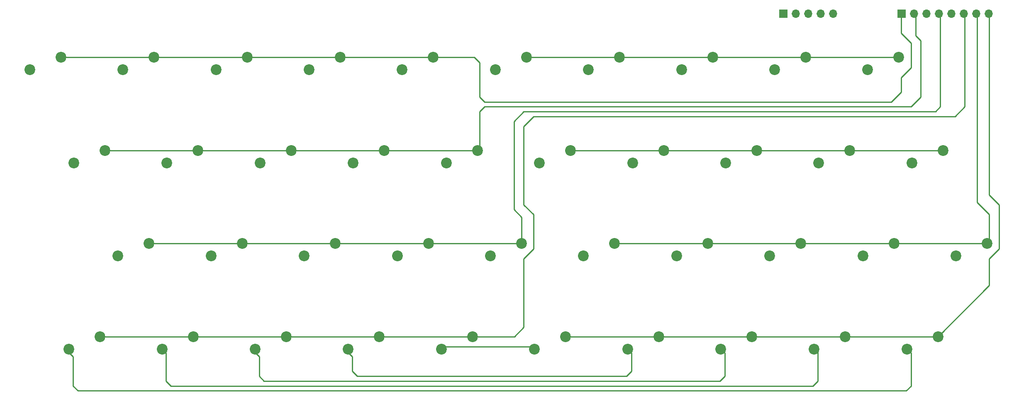
<source format=gbr>
%TF.GenerationSoftware,KiCad,Pcbnew,6.0.6-3a73a75311~116~ubuntu20.04.1*%
%TF.CreationDate,2022-07-11T16:37:52-07:00*%
%TF.ProjectId,zx81-kbd,7a783831-2d6b-4626-942e-6b696361645f,rev?*%
%TF.SameCoordinates,Original*%
%TF.FileFunction,Copper,L1,Top*%
%TF.FilePolarity,Positive*%
%FSLAX46Y46*%
G04 Gerber Fmt 4.6, Leading zero omitted, Abs format (unit mm)*
G04 Created by KiCad (PCBNEW 6.0.6-3a73a75311~116~ubuntu20.04.1) date 2022-07-11 16:37:52*
%MOMM*%
%LPD*%
G01*
G04 APERTURE LIST*
%TA.AperFunction,ComponentPad*%
%ADD10C,2.200000*%
%TD*%
%TA.AperFunction,ComponentPad*%
%ADD11R,1.700000X1.700000*%
%TD*%
%TA.AperFunction,ComponentPad*%
%ADD12O,1.700000X1.700000*%
%TD*%
%TA.AperFunction,Conductor*%
%ADD13C,0.250000*%
%TD*%
G04 APERTURE END LIST*
D10*
%TO.P,SW8,1,1*%
%TO.N,/KA12*%
X194540000Y-44920000D03*
%TO.P,SW8,2,2*%
%TO.N,/KD1*%
X188190000Y-47460000D03*
%TD*%
%TO.P,SW12,1,1*%
%TO.N,/KA10*%
X89540000Y-63920000D03*
%TO.P,SW12,2,2*%
%TO.N,/KD2*%
X83190000Y-66460000D03*
%TD*%
%TO.P,SW36,1,1*%
%TO.N,/KA15*%
X164540000Y-101920000D03*
%TO.P,SW36,2,2*%
%TO.N,/KD3*%
X158190000Y-104460000D03*
%TD*%
%TO.P,SW22,1,1*%
%TO.N,/KA9*%
X98540000Y-82920000D03*
%TO.P,SW22,2,2*%
%TO.N,/KD2*%
X92190000Y-85460000D03*
%TD*%
%TO.P,SW24,1,1*%
%TO.N,/KA9*%
X136540000Y-82920000D03*
%TO.P,SW24,2,2*%
%TO.N,/KD4*%
X130190000Y-85460000D03*
%TD*%
%TO.P,SW18,1,1*%
%TO.N,/KA13*%
X203540000Y-63920000D03*
%TO.P,SW18,2,2*%
%TO.N,/KD1*%
X197190000Y-66460000D03*
%TD*%
%TO.P,SW31,1,1*%
%TO.N,/KA8*%
X69540000Y-101920000D03*
%TO.P,SW31,2,2*%
%TO.N,/KD1*%
X63190000Y-104460000D03*
%TD*%
%TO.P,SW26,1,1*%
%TO.N,/KA14*%
X174540000Y-82920000D03*
%TO.P,SW26,2,2*%
%TO.N,/KD3*%
X168190000Y-85460000D03*
%TD*%
%TO.P,SW28,1,1*%
%TO.N,/KA14*%
X212540000Y-82920000D03*
%TO.P,SW28,2,2*%
%TO.N,/KD1*%
X206190000Y-85460000D03*
%TD*%
D11*
%TO.P,J2,1,Pin_1*%
%TO.N,/KA11*%
X214125000Y-36000000D03*
D12*
%TO.P,J2,2,Pin_2*%
%TO.N,/KA10*%
X216665000Y-36000000D03*
%TO.P,J2,3,Pin_3*%
%TO.N,/KA12*%
X219205000Y-36000000D03*
%TO.P,J2,4,Pin_4*%
%TO.N,/KA9*%
X221745000Y-36000000D03*
%TO.P,J2,5,Pin_5*%
%TO.N,/KA13*%
X224285000Y-36000000D03*
%TO.P,J2,6,Pin_6*%
%TO.N,/KA8*%
X226825000Y-36000000D03*
%TO.P,J2,7,Pin_7*%
%TO.N,/KA14*%
X229365000Y-36000000D03*
%TO.P,J2,8,Pin_8*%
%TO.N,/KA15*%
X231905000Y-36000000D03*
%TD*%
D10*
%TO.P,SW11,1,1*%
%TO.N,/KA10*%
X70540000Y-63920000D03*
%TO.P,SW11,2,2*%
%TO.N,/KD1*%
X64190000Y-66460000D03*
%TD*%
%TO.P,SW25,1,1*%
%TO.N,/KA14*%
X155540000Y-82920000D03*
%TO.P,SW25,2,2*%
%TO.N,/KD4*%
X149190000Y-85460000D03*
%TD*%
%TO.P,SW30,1,1*%
%TO.N,/KA8*%
X50540000Y-101920000D03*
%TO.P,SW30,2,2*%
%TO.N,/KD0*%
X44190000Y-104460000D03*
%TD*%
%TO.P,SW38,1,1*%
%TO.N,/KA15*%
X202540000Y-101920000D03*
%TO.P,SW38,2,2*%
%TO.N,/KD1*%
X196190000Y-104460000D03*
%TD*%
%TO.P,SW4,1,1*%
%TO.N,/KA11*%
X118540000Y-44920000D03*
%TO.P,SW4,2,2*%
%TO.N,/KD4*%
X112190000Y-47460000D03*
%TD*%
D11*
%TO.P,J1,1,Pin_1*%
%TO.N,/KD4*%
X189925000Y-36000000D03*
D12*
%TO.P,J1,2,Pin_2*%
%TO.N,/KD3*%
X192465000Y-36000000D03*
%TO.P,J1,3,Pin_3*%
%TO.N,/KD2*%
X195005000Y-36000000D03*
%TO.P,J1,4,Pin_4*%
%TO.N,/KD1*%
X197545000Y-36000000D03*
%TO.P,J1,5,Pin_5*%
%TO.N,/KD0*%
X200085000Y-36000000D03*
%TD*%
D10*
%TO.P,SW15,1,1*%
%TO.N,/KA13*%
X146540000Y-63920000D03*
%TO.P,SW15,2,2*%
%TO.N,/KD4*%
X140190000Y-66460000D03*
%TD*%
%TO.P,SW14,1,1*%
%TO.N,/KA10*%
X127540000Y-63920000D03*
%TO.P,SW14,2,2*%
%TO.N,/KD4*%
X121190000Y-66460000D03*
%TD*%
%TO.P,SW1,1,1*%
%TO.N,/KA11*%
X61540000Y-44920000D03*
%TO.P,SW1,2,2*%
%TO.N,/KD1*%
X55190000Y-47460000D03*
%TD*%
%TO.P,SW13,1,1*%
%TO.N,/KA10*%
X108540000Y-63920000D03*
%TO.P,SW13,2,2*%
%TO.N,/KD3*%
X102190000Y-66460000D03*
%TD*%
%TO.P,SW32,1,1*%
%TO.N,/KA8*%
X88540000Y-101920000D03*
%TO.P,SW32,2,2*%
%TO.N,/KD2*%
X82190000Y-104460000D03*
%TD*%
%TO.P,SW33,1,1*%
%TO.N,/KA8*%
X107540000Y-101920000D03*
%TO.P,SW33,2,2*%
%TO.N,/KD3*%
X101190000Y-104460000D03*
%TD*%
%TO.P,SW17,1,1*%
%TO.N,/KA13*%
X184540000Y-63920000D03*
%TO.P,SW17,2,2*%
%TO.N,/KD2*%
X178190000Y-66460000D03*
%TD*%
%TO.P,SW0,1,1*%
%TO.N,/KA11*%
X42540000Y-44920000D03*
%TO.P,SW0,2,2*%
%TO.N,/KD0*%
X36190000Y-47460000D03*
%TD*%
%TO.P,SW39,1,1*%
%TO.N,/KA15*%
X221540000Y-101920000D03*
%TO.P,SW39,2,2*%
%TO.N,/KD0*%
X215190000Y-104460000D03*
%TD*%
%TO.P,SW21,1,1*%
%TO.N,/KA9*%
X79540000Y-82920000D03*
%TO.P,SW21,2,2*%
%TO.N,/KD1*%
X73190000Y-85460000D03*
%TD*%
%TO.P,SW29,1,1*%
%TO.N,/KA14*%
X231540000Y-82920000D03*
%TO.P,SW29,2,2*%
%TO.N,/KD0*%
X225190000Y-85460000D03*
%TD*%
%TO.P,SW23,1,1*%
%TO.N,/KA9*%
X117540000Y-82920000D03*
%TO.P,SW23,2,2*%
%TO.N,/KD3*%
X111190000Y-85460000D03*
%TD*%
%TO.P,SW34,1,1*%
%TO.N,/KA8*%
X126540000Y-101920000D03*
%TO.P,SW34,2,2*%
%TO.N,/KD4*%
X120190000Y-104460000D03*
%TD*%
%TO.P,SW19,1,1*%
%TO.N,/KA13*%
X222540000Y-63920000D03*
%TO.P,SW19,2,2*%
%TO.N,/KD0*%
X216190000Y-66460000D03*
%TD*%
%TO.P,SW2,1,1*%
%TO.N,/KA11*%
X80540000Y-44920000D03*
%TO.P,SW2,2,2*%
%TO.N,/KD2*%
X74190000Y-47460000D03*
%TD*%
%TO.P,SW5,1,1*%
%TO.N,/KA12*%
X137540000Y-44920000D03*
%TO.P,SW5,2,2*%
%TO.N,/KD4*%
X131190000Y-47460000D03*
%TD*%
%TO.P,SW6,1,1*%
%TO.N,/KA12*%
X156540000Y-44920000D03*
%TO.P,SW6,2,2*%
%TO.N,/KD3*%
X150190000Y-47460000D03*
%TD*%
%TO.P,SW37,1,1*%
%TO.N,/KA15*%
X183540000Y-101920000D03*
%TO.P,SW37,2,2*%
%TO.N,/KD2*%
X177190000Y-104460000D03*
%TD*%
%TO.P,SW16,1,1*%
%TO.N,/KA13*%
X165540000Y-63920000D03*
%TO.P,SW16,2,2*%
%TO.N,/KD3*%
X159190000Y-66460000D03*
%TD*%
%TO.P,SW27,1,1*%
%TO.N,/KA14*%
X193540000Y-82920000D03*
%TO.P,SW27,2,2*%
%TO.N,/KD2*%
X187190000Y-85460000D03*
%TD*%
%TO.P,SW20,1,1*%
%TO.N,/KA9*%
X60540000Y-82920000D03*
%TO.P,SW20,2,2*%
%TO.N,/KD0*%
X54190000Y-85460000D03*
%TD*%
%TO.P,SW3,1,1*%
%TO.N,/KA11*%
X99540000Y-44920000D03*
%TO.P,SW3,2,2*%
%TO.N,/KD3*%
X93190000Y-47460000D03*
%TD*%
%TO.P,SW35,1,1*%
%TO.N,/KA15*%
X145540000Y-101920000D03*
%TO.P,SW35,2,2*%
%TO.N,/KD4*%
X139190000Y-104460000D03*
%TD*%
%TO.P,SW7,1,1*%
%TO.N,/KA12*%
X175540000Y-44920000D03*
%TO.P,SW7,2,2*%
%TO.N,/KD2*%
X169190000Y-47460000D03*
%TD*%
%TO.P,SW9,1,1*%
%TO.N,/KA12*%
X213540000Y-44920000D03*
%TO.P,SW9,2,2*%
%TO.N,/KD0*%
X207190000Y-47460000D03*
%TD*%
%TO.P,SW10,1,1*%
%TO.N,/KA10*%
X51540000Y-63920000D03*
%TO.P,SW10,2,2*%
%TO.N,/KD0*%
X45190000Y-66460000D03*
%TD*%
D13*
%TO.N,/KD4*%
X120190000Y-104460000D02*
X120540000Y-104460000D01*
X138730000Y-104000000D02*
X139190000Y-104460000D01*
X120540000Y-104460000D02*
X121000000Y-104000000D01*
X121000000Y-104000000D02*
X138730000Y-104000000D01*
%TO.N,/KD3*%
X101190000Y-105190000D02*
X102000000Y-106000000D01*
X102000000Y-109000000D02*
X103000000Y-110000000D01*
X159000000Y-105270000D02*
X158190000Y-104460000D01*
X103000000Y-110000000D02*
X158000000Y-110000000D01*
X102000000Y-106000000D02*
X102000000Y-109000000D01*
X159000000Y-109000000D02*
X159000000Y-105270000D01*
X101190000Y-104460000D02*
X101190000Y-105190000D01*
X158000000Y-110000000D02*
X159000000Y-109000000D01*
%TO.N,/KD2*%
X178000000Y-110000000D02*
X178000000Y-105270000D01*
X177000000Y-111000000D02*
X178000000Y-110000000D01*
X82190000Y-105190000D02*
X83000000Y-106000000D01*
X83000000Y-110000000D02*
X84000000Y-111000000D01*
X82190000Y-104460000D02*
X82190000Y-105190000D01*
X83000000Y-106000000D02*
X83000000Y-110000000D01*
X84000000Y-111000000D02*
X177000000Y-111000000D01*
X178000000Y-105270000D02*
X177190000Y-104460000D01*
%TO.N,/KD1*%
X64000000Y-105270000D02*
X63190000Y-104460000D01*
X197000000Y-105000000D02*
X197000000Y-111000000D01*
X196460000Y-104460000D02*
X197000000Y-105000000D01*
X64000000Y-111000000D02*
X64000000Y-105270000D01*
X65000000Y-112000000D02*
X64000000Y-111000000D01*
X196000000Y-112000000D02*
X65000000Y-112000000D01*
X196190000Y-104460000D02*
X196460000Y-104460000D01*
X197000000Y-111000000D02*
X196000000Y-112000000D01*
%TO.N,/KD0*%
X216000000Y-112000000D02*
X216000000Y-105270000D01*
X44190000Y-104460000D02*
X44190000Y-105190000D01*
X46000000Y-113000000D02*
X215000000Y-113000000D01*
X44190000Y-105190000D02*
X45000000Y-106000000D01*
X45000000Y-106000000D02*
X45000000Y-112000000D01*
X45000000Y-112000000D02*
X46000000Y-113000000D01*
X215000000Y-113000000D02*
X216000000Y-112000000D01*
X216000000Y-105270000D02*
X215190000Y-104460000D01*
%TO.N,/KA11*%
X128000000Y-46000000D02*
X128000000Y-53000000D01*
X214000000Y-49000000D02*
X216000000Y-47000000D01*
X212000000Y-54000000D02*
X214000000Y-52000000D01*
X214000000Y-36125000D02*
X214125000Y-36000000D01*
X99540000Y-44920000D02*
X80540000Y-44920000D01*
X118540000Y-44920000D02*
X99540000Y-44920000D01*
X128000000Y-53000000D02*
X129000000Y-54000000D01*
X80540000Y-44920000D02*
X61540000Y-44920000D01*
X216000000Y-42000000D02*
X214000000Y-40000000D01*
X118540000Y-44920000D02*
X126920000Y-44920000D01*
X216000000Y-47000000D02*
X216000000Y-42000000D01*
X126920000Y-44920000D02*
X128000000Y-46000000D01*
X214000000Y-40000000D02*
X214000000Y-36125000D01*
X61540000Y-44920000D02*
X42540000Y-44920000D01*
X129000000Y-54000000D02*
X212000000Y-54000000D01*
X214000000Y-52000000D02*
X214000000Y-49000000D01*
%TO.N,/KA10*%
X128000000Y-56000000D02*
X129000000Y-55000000D01*
X218000000Y-41500000D02*
X217000000Y-40500000D01*
X218000000Y-53000000D02*
X218000000Y-41500000D01*
X127540000Y-63920000D02*
X108540000Y-63920000D01*
X108540000Y-63920000D02*
X89540000Y-63920000D01*
X217000000Y-40500000D02*
X217000000Y-36335000D01*
X128000000Y-63460000D02*
X128000000Y-56000000D01*
X89540000Y-63920000D02*
X70540000Y-63920000D01*
X217000000Y-36335000D02*
X216665000Y-36000000D01*
X216000000Y-55000000D02*
X218000000Y-53000000D01*
X129000000Y-55000000D02*
X216000000Y-55000000D01*
X127540000Y-63920000D02*
X128000000Y-63460000D01*
X70540000Y-63920000D02*
X51540000Y-63920000D01*
%TO.N,/KA12*%
X156540000Y-44920000D02*
X137540000Y-44920000D01*
X213540000Y-44920000D02*
X194540000Y-44920000D01*
X175540000Y-44920000D02*
X156540000Y-44920000D01*
X194540000Y-44920000D02*
X175540000Y-44920000D01*
%TO.N,/KA9*%
X135000000Y-76000000D02*
X135000000Y-58000000D01*
X136540000Y-82920000D02*
X136540000Y-77540000D01*
X221000000Y-56000000D02*
X222000000Y-55000000D01*
X60540000Y-82920000D02*
X79540000Y-82920000D01*
X98540000Y-82920000D02*
X117540000Y-82920000D01*
X79540000Y-82920000D02*
X98540000Y-82920000D01*
X117540000Y-82920000D02*
X136540000Y-82920000D01*
X222000000Y-55000000D02*
X222000000Y-36255000D01*
X135000000Y-58000000D02*
X137000000Y-56000000D01*
X136540000Y-77540000D02*
X135000000Y-76000000D01*
X137000000Y-56000000D02*
X221000000Y-56000000D01*
X222000000Y-36255000D02*
X221745000Y-36000000D01*
%TO.N,/KA13*%
X165540000Y-63920000D02*
X184540000Y-63920000D01*
X203540000Y-63920000D02*
X222540000Y-63920000D01*
X146540000Y-63920000D02*
X165540000Y-63920000D01*
X184540000Y-63920000D02*
X203540000Y-63920000D01*
%TO.N,/KA8*%
X69540000Y-101920000D02*
X50540000Y-101920000D01*
X227000000Y-55000000D02*
X227000000Y-36175000D01*
X135080000Y-101920000D02*
X137000000Y-100000000D01*
X225000000Y-57000000D02*
X227000000Y-55000000D01*
X137000000Y-59000000D02*
X139000000Y-57000000D01*
X139000000Y-84000000D02*
X139000000Y-77000000D01*
X139000000Y-77000000D02*
X137000000Y-75000000D01*
X137000000Y-75000000D02*
X137000000Y-59000000D01*
X107540000Y-101920000D02*
X88540000Y-101920000D01*
X137000000Y-100000000D02*
X137000000Y-86000000D01*
X227000000Y-36175000D02*
X226825000Y-36000000D01*
X69540000Y-101920000D02*
X88540000Y-101920000D01*
X139000000Y-57000000D02*
X225000000Y-57000000D01*
X137000000Y-86000000D02*
X139000000Y-84000000D01*
X126540000Y-101920000D02*
X107540000Y-101920000D01*
X126540000Y-101920000D02*
X135080000Y-101920000D01*
%TO.N,/KA14*%
X231540000Y-82920000D02*
X212540000Y-82920000D01*
X229500000Y-36135000D02*
X229365000Y-36000000D01*
X193540000Y-82920000D02*
X174540000Y-82920000D01*
X231540000Y-82920000D02*
X231540000Y-82460000D01*
X231540000Y-82460000D02*
X232000000Y-82000000D01*
X174540000Y-82920000D02*
X155540000Y-82920000D01*
X232000000Y-77000000D02*
X229500000Y-74500000D01*
X232000000Y-82000000D02*
X232000000Y-77000000D01*
X229500000Y-74500000D02*
X229500000Y-36135000D01*
X212540000Y-82920000D02*
X193540000Y-82920000D01*
%TO.N,/KA15*%
X234000000Y-84000000D02*
X234000000Y-75000000D01*
X183540000Y-101920000D02*
X202540000Y-101920000D01*
X232000000Y-91460000D02*
X232000000Y-86000000D01*
X234000000Y-75000000D02*
X232000000Y-73000000D01*
X232000000Y-73000000D02*
X232000000Y-36095000D01*
X232000000Y-36095000D02*
X231905000Y-36000000D01*
X202540000Y-101920000D02*
X221540000Y-101920000D01*
X232000000Y-86000000D02*
X234000000Y-84000000D01*
X145540000Y-101920000D02*
X164540000Y-101920000D01*
X221540000Y-101920000D02*
X232000000Y-91460000D01*
X164540000Y-101920000D02*
X183540000Y-101920000D01*
%TD*%
M02*

</source>
